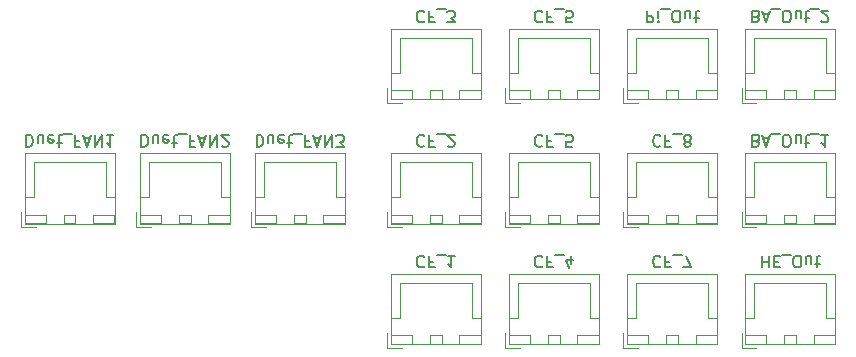
<source format=gbr>
G04 #@! TF.GenerationSoftware,KiCad,Pcbnew,(5.1.5)-3*
G04 #@! TF.CreationDate,2021-02-12T21:05:29+01:00*
G04 #@! TF.ProjectId,Mainboard,4d61696e-626f-4617-9264-2e6b69636164,rev?*
G04 #@! TF.SameCoordinates,Original*
G04 #@! TF.FileFunction,Legend,Bot*
G04 #@! TF.FilePolarity,Positive*
%FSLAX46Y46*%
G04 Gerber Fmt 4.6, Leading zero omitted, Abs format (unit mm)*
G04 Created by KiCad (PCBNEW (5.1.5)-3) date 2021-02-12 21:05:29*
%MOMM*%
%LPD*%
G04 APERTURE LIST*
%ADD10C,0.120000*%
%ADD11C,0.150000*%
G04 APERTURE END LIST*
D10*
X196150000Y-43775000D02*
X196150000Y-42525000D01*
X197400000Y-43775000D02*
X196150000Y-43775000D01*
X203300000Y-38275000D02*
X200250000Y-38275000D01*
X203300000Y-41225000D02*
X203300000Y-38275000D01*
X204050000Y-41225000D02*
X203300000Y-41225000D01*
X197200000Y-38275000D02*
X200250000Y-38275000D01*
X197200000Y-41225000D02*
X197200000Y-38275000D01*
X196450000Y-41225000D02*
X197200000Y-41225000D01*
X204050000Y-43475000D02*
X202250000Y-43475000D01*
X204050000Y-42725000D02*
X204050000Y-43475000D01*
X202250000Y-42725000D02*
X204050000Y-42725000D01*
X202250000Y-43475000D02*
X202250000Y-42725000D01*
X198250000Y-43475000D02*
X196450000Y-43475000D01*
X198250000Y-42725000D02*
X198250000Y-43475000D01*
X196450000Y-42725000D02*
X198250000Y-42725000D01*
X196450000Y-43475000D02*
X196450000Y-42725000D01*
X200750000Y-43475000D02*
X199750000Y-43475000D01*
X200750000Y-42725000D02*
X200750000Y-43475000D01*
X199750000Y-42725000D02*
X200750000Y-42725000D01*
X199750000Y-43475000D02*
X199750000Y-42725000D01*
X204060000Y-43485000D02*
X196440000Y-43485000D01*
X204060000Y-37515000D02*
X204060000Y-43485000D01*
X196440000Y-37515000D02*
X204060000Y-37515000D01*
X196440000Y-43485000D02*
X196440000Y-37515000D01*
X186400000Y-43775000D02*
X186400000Y-42525000D01*
X187650000Y-43775000D02*
X186400000Y-43775000D01*
X193550000Y-38275000D02*
X190500000Y-38275000D01*
X193550000Y-41225000D02*
X193550000Y-38275000D01*
X194300000Y-41225000D02*
X193550000Y-41225000D01*
X187450000Y-38275000D02*
X190500000Y-38275000D01*
X187450000Y-41225000D02*
X187450000Y-38275000D01*
X186700000Y-41225000D02*
X187450000Y-41225000D01*
X194300000Y-43475000D02*
X192500000Y-43475000D01*
X194300000Y-42725000D02*
X194300000Y-43475000D01*
X192500000Y-42725000D02*
X194300000Y-42725000D01*
X192500000Y-43475000D02*
X192500000Y-42725000D01*
X188500000Y-43475000D02*
X186700000Y-43475000D01*
X188500000Y-42725000D02*
X188500000Y-43475000D01*
X186700000Y-42725000D02*
X188500000Y-42725000D01*
X186700000Y-43475000D02*
X186700000Y-42725000D01*
X191000000Y-43475000D02*
X190000000Y-43475000D01*
X191000000Y-42725000D02*
X191000000Y-43475000D01*
X190000000Y-42725000D02*
X191000000Y-42725000D01*
X190000000Y-43475000D02*
X190000000Y-42725000D01*
X194310000Y-43485000D02*
X186690000Y-43485000D01*
X194310000Y-37515000D02*
X194310000Y-43485000D01*
X186690000Y-37515000D02*
X194310000Y-37515000D01*
X186690000Y-43485000D02*
X186690000Y-37515000D01*
X176650000Y-43775000D02*
X176650000Y-42525000D01*
X177900000Y-43775000D02*
X176650000Y-43775000D01*
X183800000Y-38275000D02*
X180750000Y-38275000D01*
X183800000Y-41225000D02*
X183800000Y-38275000D01*
X184550000Y-41225000D02*
X183800000Y-41225000D01*
X177700000Y-38275000D02*
X180750000Y-38275000D01*
X177700000Y-41225000D02*
X177700000Y-38275000D01*
X176950000Y-41225000D02*
X177700000Y-41225000D01*
X184550000Y-43475000D02*
X182750000Y-43475000D01*
X184550000Y-42725000D02*
X184550000Y-43475000D01*
X182750000Y-42725000D02*
X184550000Y-42725000D01*
X182750000Y-43475000D02*
X182750000Y-42725000D01*
X178750000Y-43475000D02*
X176950000Y-43475000D01*
X178750000Y-42725000D02*
X178750000Y-43475000D01*
X176950000Y-42725000D02*
X178750000Y-42725000D01*
X176950000Y-43475000D02*
X176950000Y-42725000D01*
X181250000Y-43475000D02*
X180250000Y-43475000D01*
X181250000Y-42725000D02*
X181250000Y-43475000D01*
X180250000Y-42725000D02*
X181250000Y-42725000D01*
X180250000Y-43475000D02*
X180250000Y-42725000D01*
X184560000Y-43485000D02*
X176940000Y-43485000D01*
X184560000Y-37515000D02*
X184560000Y-43485000D01*
X176940000Y-37515000D02*
X184560000Y-37515000D01*
X176940000Y-43485000D02*
X176940000Y-37515000D01*
X237650000Y-33250000D02*
X237650000Y-32000000D01*
X238900000Y-33250000D02*
X237650000Y-33250000D01*
X244800000Y-27750000D02*
X241750000Y-27750000D01*
X244800000Y-30700000D02*
X244800000Y-27750000D01*
X245550000Y-30700000D02*
X244800000Y-30700000D01*
X238700000Y-27750000D02*
X241750000Y-27750000D01*
X238700000Y-30700000D02*
X238700000Y-27750000D01*
X237950000Y-30700000D02*
X238700000Y-30700000D01*
X245550000Y-32950000D02*
X243750000Y-32950000D01*
X245550000Y-32200000D02*
X245550000Y-32950000D01*
X243750000Y-32200000D02*
X245550000Y-32200000D01*
X243750000Y-32950000D02*
X243750000Y-32200000D01*
X239750000Y-32950000D02*
X237950000Y-32950000D01*
X239750000Y-32200000D02*
X239750000Y-32950000D01*
X237950000Y-32200000D02*
X239750000Y-32200000D01*
X237950000Y-32950000D02*
X237950000Y-32200000D01*
X242250000Y-32950000D02*
X241250000Y-32950000D01*
X242250000Y-32200000D02*
X242250000Y-32950000D01*
X241250000Y-32200000D02*
X242250000Y-32200000D01*
X241250000Y-32950000D02*
X241250000Y-32200000D01*
X245560000Y-32960000D02*
X237940000Y-32960000D01*
X245560000Y-26990000D02*
X245560000Y-32960000D01*
X237940000Y-26990000D02*
X245560000Y-26990000D01*
X237940000Y-32960000D02*
X237940000Y-26990000D01*
X237650000Y-43775000D02*
X237650000Y-42525000D01*
X238900000Y-43775000D02*
X237650000Y-43775000D01*
X244800000Y-38275000D02*
X241750000Y-38275000D01*
X244800000Y-41225000D02*
X244800000Y-38275000D01*
X245550000Y-41225000D02*
X244800000Y-41225000D01*
X238700000Y-38275000D02*
X241750000Y-38275000D01*
X238700000Y-41225000D02*
X238700000Y-38275000D01*
X237950000Y-41225000D02*
X238700000Y-41225000D01*
X245550000Y-43475000D02*
X243750000Y-43475000D01*
X245550000Y-42725000D02*
X245550000Y-43475000D01*
X243750000Y-42725000D02*
X245550000Y-42725000D01*
X243750000Y-43475000D02*
X243750000Y-42725000D01*
X239750000Y-43475000D02*
X237950000Y-43475000D01*
X239750000Y-42725000D02*
X239750000Y-43475000D01*
X237950000Y-42725000D02*
X239750000Y-42725000D01*
X237950000Y-43475000D02*
X237950000Y-42725000D01*
X242250000Y-43475000D02*
X241250000Y-43475000D01*
X242250000Y-42725000D02*
X242250000Y-43475000D01*
X241250000Y-42725000D02*
X242250000Y-42725000D01*
X241250000Y-43475000D02*
X241250000Y-42725000D01*
X245560000Y-43485000D02*
X237940000Y-43485000D01*
X245560000Y-37515000D02*
X245560000Y-43485000D01*
X237940000Y-37515000D02*
X245560000Y-37515000D01*
X237940000Y-43485000D02*
X237940000Y-37515000D01*
X237650000Y-54000000D02*
X237650000Y-52750000D01*
X238900000Y-54000000D02*
X237650000Y-54000000D01*
X244800000Y-48500000D02*
X241750000Y-48500000D01*
X244800000Y-51450000D02*
X244800000Y-48500000D01*
X245550000Y-51450000D02*
X244800000Y-51450000D01*
X238700000Y-48500000D02*
X241750000Y-48500000D01*
X238700000Y-51450000D02*
X238700000Y-48500000D01*
X237950000Y-51450000D02*
X238700000Y-51450000D01*
X245550000Y-53700000D02*
X243750000Y-53700000D01*
X245550000Y-52950000D02*
X245550000Y-53700000D01*
X243750000Y-52950000D02*
X245550000Y-52950000D01*
X243750000Y-53700000D02*
X243750000Y-52950000D01*
X239750000Y-53700000D02*
X237950000Y-53700000D01*
X239750000Y-52950000D02*
X239750000Y-53700000D01*
X237950000Y-52950000D02*
X239750000Y-52950000D01*
X237950000Y-53700000D02*
X237950000Y-52950000D01*
X242250000Y-53700000D02*
X241250000Y-53700000D01*
X242250000Y-52950000D02*
X242250000Y-53700000D01*
X241250000Y-52950000D02*
X242250000Y-52950000D01*
X241250000Y-53700000D02*
X241250000Y-52950000D01*
X245560000Y-53710000D02*
X237940000Y-53710000D01*
X245560000Y-47740000D02*
X245560000Y-53710000D01*
X237940000Y-47740000D02*
X245560000Y-47740000D01*
X237940000Y-53710000D02*
X237940000Y-47740000D01*
X227650000Y-33250000D02*
X227650000Y-32000000D01*
X228900000Y-33250000D02*
X227650000Y-33250000D01*
X234800000Y-27750000D02*
X231750000Y-27750000D01*
X234800000Y-30700000D02*
X234800000Y-27750000D01*
X235550000Y-30700000D02*
X234800000Y-30700000D01*
X228700000Y-27750000D02*
X231750000Y-27750000D01*
X228700000Y-30700000D02*
X228700000Y-27750000D01*
X227950000Y-30700000D02*
X228700000Y-30700000D01*
X235550000Y-32950000D02*
X233750000Y-32950000D01*
X235550000Y-32200000D02*
X235550000Y-32950000D01*
X233750000Y-32200000D02*
X235550000Y-32200000D01*
X233750000Y-32950000D02*
X233750000Y-32200000D01*
X229750000Y-32950000D02*
X227950000Y-32950000D01*
X229750000Y-32200000D02*
X229750000Y-32950000D01*
X227950000Y-32200000D02*
X229750000Y-32200000D01*
X227950000Y-32950000D02*
X227950000Y-32200000D01*
X232250000Y-32950000D02*
X231250000Y-32950000D01*
X232250000Y-32200000D02*
X232250000Y-32950000D01*
X231250000Y-32200000D02*
X232250000Y-32200000D01*
X231250000Y-32950000D02*
X231250000Y-32200000D01*
X235560000Y-32960000D02*
X227940000Y-32960000D01*
X235560000Y-26990000D02*
X235560000Y-32960000D01*
X227940000Y-26990000D02*
X235560000Y-26990000D01*
X227940000Y-32960000D02*
X227940000Y-26990000D01*
X227650000Y-43775000D02*
X227650000Y-42525000D01*
X228900000Y-43775000D02*
X227650000Y-43775000D01*
X234800000Y-38275000D02*
X231750000Y-38275000D01*
X234800000Y-41225000D02*
X234800000Y-38275000D01*
X235550000Y-41225000D02*
X234800000Y-41225000D01*
X228700000Y-38275000D02*
X231750000Y-38275000D01*
X228700000Y-41225000D02*
X228700000Y-38275000D01*
X227950000Y-41225000D02*
X228700000Y-41225000D01*
X235550000Y-43475000D02*
X233750000Y-43475000D01*
X235550000Y-42725000D02*
X235550000Y-43475000D01*
X233750000Y-42725000D02*
X235550000Y-42725000D01*
X233750000Y-43475000D02*
X233750000Y-42725000D01*
X229750000Y-43475000D02*
X227950000Y-43475000D01*
X229750000Y-42725000D02*
X229750000Y-43475000D01*
X227950000Y-42725000D02*
X229750000Y-42725000D01*
X227950000Y-43475000D02*
X227950000Y-42725000D01*
X232250000Y-43475000D02*
X231250000Y-43475000D01*
X232250000Y-42725000D02*
X232250000Y-43475000D01*
X231250000Y-42725000D02*
X232250000Y-42725000D01*
X231250000Y-43475000D02*
X231250000Y-42725000D01*
X235560000Y-43485000D02*
X227940000Y-43485000D01*
X235560000Y-37515000D02*
X235560000Y-43485000D01*
X227940000Y-37515000D02*
X235560000Y-37515000D01*
X227940000Y-43485000D02*
X227940000Y-37515000D01*
X227650000Y-54000000D02*
X227650000Y-52750000D01*
X228900000Y-54000000D02*
X227650000Y-54000000D01*
X234800000Y-48500000D02*
X231750000Y-48500000D01*
X234800000Y-51450000D02*
X234800000Y-48500000D01*
X235550000Y-51450000D02*
X234800000Y-51450000D01*
X228700000Y-48500000D02*
X231750000Y-48500000D01*
X228700000Y-51450000D02*
X228700000Y-48500000D01*
X227950000Y-51450000D02*
X228700000Y-51450000D01*
X235550000Y-53700000D02*
X233750000Y-53700000D01*
X235550000Y-52950000D02*
X235550000Y-53700000D01*
X233750000Y-52950000D02*
X235550000Y-52950000D01*
X233750000Y-53700000D02*
X233750000Y-52950000D01*
X229750000Y-53700000D02*
X227950000Y-53700000D01*
X229750000Y-52950000D02*
X229750000Y-53700000D01*
X227950000Y-52950000D02*
X229750000Y-52950000D01*
X227950000Y-53700000D02*
X227950000Y-52950000D01*
X232250000Y-53700000D02*
X231250000Y-53700000D01*
X232250000Y-52950000D02*
X232250000Y-53700000D01*
X231250000Y-52950000D02*
X232250000Y-52950000D01*
X231250000Y-53700000D02*
X231250000Y-52950000D01*
X235560000Y-53710000D02*
X227940000Y-53710000D01*
X235560000Y-47740000D02*
X235560000Y-53710000D01*
X227940000Y-47740000D02*
X235560000Y-47740000D01*
X227940000Y-53710000D02*
X227940000Y-47740000D01*
X217650000Y-43775000D02*
X217650000Y-42525000D01*
X218900000Y-43775000D02*
X217650000Y-43775000D01*
X224800000Y-38275000D02*
X221750000Y-38275000D01*
X224800000Y-41225000D02*
X224800000Y-38275000D01*
X225550000Y-41225000D02*
X224800000Y-41225000D01*
X218700000Y-38275000D02*
X221750000Y-38275000D01*
X218700000Y-41225000D02*
X218700000Y-38275000D01*
X217950000Y-41225000D02*
X218700000Y-41225000D01*
X225550000Y-43475000D02*
X223750000Y-43475000D01*
X225550000Y-42725000D02*
X225550000Y-43475000D01*
X223750000Y-42725000D02*
X225550000Y-42725000D01*
X223750000Y-43475000D02*
X223750000Y-42725000D01*
X219750000Y-43475000D02*
X217950000Y-43475000D01*
X219750000Y-42725000D02*
X219750000Y-43475000D01*
X217950000Y-42725000D02*
X219750000Y-42725000D01*
X217950000Y-43475000D02*
X217950000Y-42725000D01*
X222250000Y-43475000D02*
X221250000Y-43475000D01*
X222250000Y-42725000D02*
X222250000Y-43475000D01*
X221250000Y-42725000D02*
X222250000Y-42725000D01*
X221250000Y-43475000D02*
X221250000Y-42725000D01*
X225560000Y-43485000D02*
X217940000Y-43485000D01*
X225560000Y-37515000D02*
X225560000Y-43485000D01*
X217940000Y-37515000D02*
X225560000Y-37515000D01*
X217940000Y-43485000D02*
X217940000Y-37515000D01*
X217650000Y-33250000D02*
X217650000Y-32000000D01*
X218900000Y-33250000D02*
X217650000Y-33250000D01*
X224800000Y-27750000D02*
X221750000Y-27750000D01*
X224800000Y-30700000D02*
X224800000Y-27750000D01*
X225550000Y-30700000D02*
X224800000Y-30700000D01*
X218700000Y-27750000D02*
X221750000Y-27750000D01*
X218700000Y-30700000D02*
X218700000Y-27750000D01*
X217950000Y-30700000D02*
X218700000Y-30700000D01*
X225550000Y-32950000D02*
X223750000Y-32950000D01*
X225550000Y-32200000D02*
X225550000Y-32950000D01*
X223750000Y-32200000D02*
X225550000Y-32200000D01*
X223750000Y-32950000D02*
X223750000Y-32200000D01*
X219750000Y-32950000D02*
X217950000Y-32950000D01*
X219750000Y-32200000D02*
X219750000Y-32950000D01*
X217950000Y-32200000D02*
X219750000Y-32200000D01*
X217950000Y-32950000D02*
X217950000Y-32200000D01*
X222250000Y-32950000D02*
X221250000Y-32950000D01*
X222250000Y-32200000D02*
X222250000Y-32950000D01*
X221250000Y-32200000D02*
X222250000Y-32200000D01*
X221250000Y-32950000D02*
X221250000Y-32200000D01*
X225560000Y-32960000D02*
X217940000Y-32960000D01*
X225560000Y-26990000D02*
X225560000Y-32960000D01*
X217940000Y-26990000D02*
X225560000Y-26990000D01*
X217940000Y-32960000D02*
X217940000Y-26990000D01*
X217650000Y-54000000D02*
X217650000Y-52750000D01*
X218900000Y-54000000D02*
X217650000Y-54000000D01*
X224800000Y-48500000D02*
X221750000Y-48500000D01*
X224800000Y-51450000D02*
X224800000Y-48500000D01*
X225550000Y-51450000D02*
X224800000Y-51450000D01*
X218700000Y-48500000D02*
X221750000Y-48500000D01*
X218700000Y-51450000D02*
X218700000Y-48500000D01*
X217950000Y-51450000D02*
X218700000Y-51450000D01*
X225550000Y-53700000D02*
X223750000Y-53700000D01*
X225550000Y-52950000D02*
X225550000Y-53700000D01*
X223750000Y-52950000D02*
X225550000Y-52950000D01*
X223750000Y-53700000D02*
X223750000Y-52950000D01*
X219750000Y-53700000D02*
X217950000Y-53700000D01*
X219750000Y-52950000D02*
X219750000Y-53700000D01*
X217950000Y-52950000D02*
X219750000Y-52950000D01*
X217950000Y-53700000D02*
X217950000Y-52950000D01*
X222250000Y-53700000D02*
X221250000Y-53700000D01*
X222250000Y-52950000D02*
X222250000Y-53700000D01*
X221250000Y-52950000D02*
X222250000Y-52950000D01*
X221250000Y-53700000D02*
X221250000Y-52950000D01*
X225560000Y-53710000D02*
X217940000Y-53710000D01*
X225560000Y-47740000D02*
X225560000Y-53710000D01*
X217940000Y-47740000D02*
X225560000Y-47740000D01*
X217940000Y-53710000D02*
X217940000Y-47740000D01*
X207650000Y-33250000D02*
X207650000Y-32000000D01*
X208900000Y-33250000D02*
X207650000Y-33250000D01*
X214800000Y-27750000D02*
X211750000Y-27750000D01*
X214800000Y-30700000D02*
X214800000Y-27750000D01*
X215550000Y-30700000D02*
X214800000Y-30700000D01*
X208700000Y-27750000D02*
X211750000Y-27750000D01*
X208700000Y-30700000D02*
X208700000Y-27750000D01*
X207950000Y-30700000D02*
X208700000Y-30700000D01*
X215550000Y-32950000D02*
X213750000Y-32950000D01*
X215550000Y-32200000D02*
X215550000Y-32950000D01*
X213750000Y-32200000D02*
X215550000Y-32200000D01*
X213750000Y-32950000D02*
X213750000Y-32200000D01*
X209750000Y-32950000D02*
X207950000Y-32950000D01*
X209750000Y-32200000D02*
X209750000Y-32950000D01*
X207950000Y-32200000D02*
X209750000Y-32200000D01*
X207950000Y-32950000D02*
X207950000Y-32200000D01*
X212250000Y-32950000D02*
X211250000Y-32950000D01*
X212250000Y-32200000D02*
X212250000Y-32950000D01*
X211250000Y-32200000D02*
X212250000Y-32200000D01*
X211250000Y-32950000D02*
X211250000Y-32200000D01*
X215560000Y-32960000D02*
X207940000Y-32960000D01*
X215560000Y-26990000D02*
X215560000Y-32960000D01*
X207940000Y-26990000D02*
X215560000Y-26990000D01*
X207940000Y-32960000D02*
X207940000Y-26990000D01*
X207650000Y-43775000D02*
X207650000Y-42525000D01*
X208900000Y-43775000D02*
X207650000Y-43775000D01*
X214800000Y-38275000D02*
X211750000Y-38275000D01*
X214800000Y-41225000D02*
X214800000Y-38275000D01*
X215550000Y-41225000D02*
X214800000Y-41225000D01*
X208700000Y-38275000D02*
X211750000Y-38275000D01*
X208700000Y-41225000D02*
X208700000Y-38275000D01*
X207950000Y-41225000D02*
X208700000Y-41225000D01*
X215550000Y-43475000D02*
X213750000Y-43475000D01*
X215550000Y-42725000D02*
X215550000Y-43475000D01*
X213750000Y-42725000D02*
X215550000Y-42725000D01*
X213750000Y-43475000D02*
X213750000Y-42725000D01*
X209750000Y-43475000D02*
X207950000Y-43475000D01*
X209750000Y-42725000D02*
X209750000Y-43475000D01*
X207950000Y-42725000D02*
X209750000Y-42725000D01*
X207950000Y-43475000D02*
X207950000Y-42725000D01*
X212250000Y-43475000D02*
X211250000Y-43475000D01*
X212250000Y-42725000D02*
X212250000Y-43475000D01*
X211250000Y-42725000D02*
X212250000Y-42725000D01*
X211250000Y-43475000D02*
X211250000Y-42725000D01*
X215560000Y-43485000D02*
X207940000Y-43485000D01*
X215560000Y-37515000D02*
X215560000Y-43485000D01*
X207940000Y-37515000D02*
X215560000Y-37515000D01*
X207940000Y-43485000D02*
X207940000Y-37515000D01*
X207650000Y-54000000D02*
X207650000Y-52750000D01*
X208900000Y-54000000D02*
X207650000Y-54000000D01*
X214800000Y-48500000D02*
X211750000Y-48500000D01*
X214800000Y-51450000D02*
X214800000Y-48500000D01*
X215550000Y-51450000D02*
X214800000Y-51450000D01*
X208700000Y-48500000D02*
X211750000Y-48500000D01*
X208700000Y-51450000D02*
X208700000Y-48500000D01*
X207950000Y-51450000D02*
X208700000Y-51450000D01*
X215550000Y-53700000D02*
X213750000Y-53700000D01*
X215550000Y-52950000D02*
X215550000Y-53700000D01*
X213750000Y-52950000D02*
X215550000Y-52950000D01*
X213750000Y-53700000D02*
X213750000Y-52950000D01*
X209750000Y-53700000D02*
X207950000Y-53700000D01*
X209750000Y-52950000D02*
X209750000Y-53700000D01*
X207950000Y-52950000D02*
X209750000Y-52950000D01*
X207950000Y-53700000D02*
X207950000Y-52950000D01*
X212250000Y-53700000D02*
X211250000Y-53700000D01*
X212250000Y-52950000D02*
X212250000Y-53700000D01*
X211250000Y-52950000D02*
X212250000Y-52950000D01*
X211250000Y-53700000D02*
X211250000Y-52950000D01*
X215560000Y-53710000D02*
X207940000Y-53710000D01*
X215560000Y-47740000D02*
X215560000Y-53710000D01*
X207940000Y-47740000D02*
X215560000Y-47740000D01*
X207940000Y-53710000D02*
X207940000Y-47740000D01*
D11*
X196583333Y-35972619D02*
X196583333Y-36972619D01*
X196821428Y-36972619D01*
X196964285Y-36925000D01*
X197059523Y-36829761D01*
X197107142Y-36734523D01*
X197154761Y-36544047D01*
X197154761Y-36401190D01*
X197107142Y-36210714D01*
X197059523Y-36115476D01*
X196964285Y-36020238D01*
X196821428Y-35972619D01*
X196583333Y-35972619D01*
X198011904Y-36639285D02*
X198011904Y-35972619D01*
X197583333Y-36639285D02*
X197583333Y-36115476D01*
X197630952Y-36020238D01*
X197726190Y-35972619D01*
X197869047Y-35972619D01*
X197964285Y-36020238D01*
X198011904Y-36067857D01*
X198869047Y-36020238D02*
X198773809Y-35972619D01*
X198583333Y-35972619D01*
X198488095Y-36020238D01*
X198440476Y-36115476D01*
X198440476Y-36496428D01*
X198488095Y-36591666D01*
X198583333Y-36639285D01*
X198773809Y-36639285D01*
X198869047Y-36591666D01*
X198916666Y-36496428D01*
X198916666Y-36401190D01*
X198440476Y-36305952D01*
X199202380Y-36639285D02*
X199583333Y-36639285D01*
X199345238Y-36972619D02*
X199345238Y-36115476D01*
X199392857Y-36020238D01*
X199488095Y-35972619D01*
X199583333Y-35972619D01*
X199678571Y-35877380D02*
X200440476Y-35877380D01*
X201011904Y-36496428D02*
X200678571Y-36496428D01*
X200678571Y-35972619D02*
X200678571Y-36972619D01*
X201154761Y-36972619D01*
X201488095Y-36258333D02*
X201964285Y-36258333D01*
X201392857Y-35972619D02*
X201726190Y-36972619D01*
X202059523Y-35972619D01*
X202392857Y-35972619D02*
X202392857Y-36972619D01*
X202964285Y-35972619D01*
X202964285Y-36972619D01*
X203345238Y-36972619D02*
X203964285Y-36972619D01*
X203630952Y-36591666D01*
X203773809Y-36591666D01*
X203869047Y-36544047D01*
X203916666Y-36496428D01*
X203964285Y-36401190D01*
X203964285Y-36163095D01*
X203916666Y-36067857D01*
X203869047Y-36020238D01*
X203773809Y-35972619D01*
X203488095Y-35972619D01*
X203392857Y-36020238D01*
X203345238Y-36067857D01*
X186833333Y-35972619D02*
X186833333Y-36972619D01*
X187071428Y-36972619D01*
X187214285Y-36925000D01*
X187309523Y-36829761D01*
X187357142Y-36734523D01*
X187404761Y-36544047D01*
X187404761Y-36401190D01*
X187357142Y-36210714D01*
X187309523Y-36115476D01*
X187214285Y-36020238D01*
X187071428Y-35972619D01*
X186833333Y-35972619D01*
X188261904Y-36639285D02*
X188261904Y-35972619D01*
X187833333Y-36639285D02*
X187833333Y-36115476D01*
X187880952Y-36020238D01*
X187976190Y-35972619D01*
X188119047Y-35972619D01*
X188214285Y-36020238D01*
X188261904Y-36067857D01*
X189119047Y-36020238D02*
X189023809Y-35972619D01*
X188833333Y-35972619D01*
X188738095Y-36020238D01*
X188690476Y-36115476D01*
X188690476Y-36496428D01*
X188738095Y-36591666D01*
X188833333Y-36639285D01*
X189023809Y-36639285D01*
X189119047Y-36591666D01*
X189166666Y-36496428D01*
X189166666Y-36401190D01*
X188690476Y-36305952D01*
X189452380Y-36639285D02*
X189833333Y-36639285D01*
X189595238Y-36972619D02*
X189595238Y-36115476D01*
X189642857Y-36020238D01*
X189738095Y-35972619D01*
X189833333Y-35972619D01*
X189928571Y-35877380D02*
X190690476Y-35877380D01*
X191261904Y-36496428D02*
X190928571Y-36496428D01*
X190928571Y-35972619D02*
X190928571Y-36972619D01*
X191404761Y-36972619D01*
X191738095Y-36258333D02*
X192214285Y-36258333D01*
X191642857Y-35972619D02*
X191976190Y-36972619D01*
X192309523Y-35972619D01*
X192642857Y-35972619D02*
X192642857Y-36972619D01*
X193214285Y-35972619D01*
X193214285Y-36972619D01*
X193642857Y-36877380D02*
X193690476Y-36925000D01*
X193785714Y-36972619D01*
X194023809Y-36972619D01*
X194119047Y-36925000D01*
X194166666Y-36877380D01*
X194214285Y-36782142D01*
X194214285Y-36686904D01*
X194166666Y-36544047D01*
X193595238Y-35972619D01*
X194214285Y-35972619D01*
X177083333Y-35972619D02*
X177083333Y-36972619D01*
X177321428Y-36972619D01*
X177464285Y-36925000D01*
X177559523Y-36829761D01*
X177607142Y-36734523D01*
X177654761Y-36544047D01*
X177654761Y-36401190D01*
X177607142Y-36210714D01*
X177559523Y-36115476D01*
X177464285Y-36020238D01*
X177321428Y-35972619D01*
X177083333Y-35972619D01*
X178511904Y-36639285D02*
X178511904Y-35972619D01*
X178083333Y-36639285D02*
X178083333Y-36115476D01*
X178130952Y-36020238D01*
X178226190Y-35972619D01*
X178369047Y-35972619D01*
X178464285Y-36020238D01*
X178511904Y-36067857D01*
X179369047Y-36020238D02*
X179273809Y-35972619D01*
X179083333Y-35972619D01*
X178988095Y-36020238D01*
X178940476Y-36115476D01*
X178940476Y-36496428D01*
X178988095Y-36591666D01*
X179083333Y-36639285D01*
X179273809Y-36639285D01*
X179369047Y-36591666D01*
X179416666Y-36496428D01*
X179416666Y-36401190D01*
X178940476Y-36305952D01*
X179702380Y-36639285D02*
X180083333Y-36639285D01*
X179845238Y-36972619D02*
X179845238Y-36115476D01*
X179892857Y-36020238D01*
X179988095Y-35972619D01*
X180083333Y-35972619D01*
X180178571Y-35877380D02*
X180940476Y-35877380D01*
X181511904Y-36496428D02*
X181178571Y-36496428D01*
X181178571Y-35972619D02*
X181178571Y-36972619D01*
X181654761Y-36972619D01*
X181988095Y-36258333D02*
X182464285Y-36258333D01*
X181892857Y-35972619D02*
X182226190Y-36972619D01*
X182559523Y-35972619D01*
X182892857Y-35972619D02*
X182892857Y-36972619D01*
X183464285Y-35972619D01*
X183464285Y-36972619D01*
X184464285Y-35972619D02*
X183892857Y-35972619D01*
X184178571Y-35972619D02*
X184178571Y-36972619D01*
X184083333Y-36829761D01*
X183988095Y-36734523D01*
X183892857Y-36686904D01*
X238892857Y-25971428D02*
X239035714Y-25923809D01*
X239083333Y-25876190D01*
X239130952Y-25780952D01*
X239130952Y-25638095D01*
X239083333Y-25542857D01*
X239035714Y-25495238D01*
X238940476Y-25447619D01*
X238559523Y-25447619D01*
X238559523Y-26447619D01*
X238892857Y-26447619D01*
X238988095Y-26400000D01*
X239035714Y-26352380D01*
X239083333Y-26257142D01*
X239083333Y-26161904D01*
X239035714Y-26066666D01*
X238988095Y-26019047D01*
X238892857Y-25971428D01*
X238559523Y-25971428D01*
X239511904Y-25733333D02*
X239988095Y-25733333D01*
X239416666Y-25447619D02*
X239750000Y-26447619D01*
X240083333Y-25447619D01*
X240178571Y-25352380D02*
X240940476Y-25352380D01*
X241369047Y-26447619D02*
X241559523Y-26447619D01*
X241654761Y-26400000D01*
X241750000Y-26304761D01*
X241797619Y-26114285D01*
X241797619Y-25780952D01*
X241750000Y-25590476D01*
X241654761Y-25495238D01*
X241559523Y-25447619D01*
X241369047Y-25447619D01*
X241273809Y-25495238D01*
X241178571Y-25590476D01*
X241130952Y-25780952D01*
X241130952Y-26114285D01*
X241178571Y-26304761D01*
X241273809Y-26400000D01*
X241369047Y-26447619D01*
X242654761Y-26114285D02*
X242654761Y-25447619D01*
X242226190Y-26114285D02*
X242226190Y-25590476D01*
X242273809Y-25495238D01*
X242369047Y-25447619D01*
X242511904Y-25447619D01*
X242607142Y-25495238D01*
X242654761Y-25542857D01*
X242988095Y-26114285D02*
X243369047Y-26114285D01*
X243130952Y-26447619D02*
X243130952Y-25590476D01*
X243178571Y-25495238D01*
X243273809Y-25447619D01*
X243369047Y-25447619D01*
X243464285Y-25352380D02*
X244226190Y-25352380D01*
X244416666Y-26352380D02*
X244464285Y-26400000D01*
X244559523Y-26447619D01*
X244797619Y-26447619D01*
X244892857Y-26400000D01*
X244940476Y-26352380D01*
X244988095Y-26257142D01*
X244988095Y-26161904D01*
X244940476Y-26019047D01*
X244369047Y-25447619D01*
X244988095Y-25447619D01*
X238892857Y-36496428D02*
X239035714Y-36448809D01*
X239083333Y-36401190D01*
X239130952Y-36305952D01*
X239130952Y-36163095D01*
X239083333Y-36067857D01*
X239035714Y-36020238D01*
X238940476Y-35972619D01*
X238559523Y-35972619D01*
X238559523Y-36972619D01*
X238892857Y-36972619D01*
X238988095Y-36925000D01*
X239035714Y-36877380D01*
X239083333Y-36782142D01*
X239083333Y-36686904D01*
X239035714Y-36591666D01*
X238988095Y-36544047D01*
X238892857Y-36496428D01*
X238559523Y-36496428D01*
X239511904Y-36258333D02*
X239988095Y-36258333D01*
X239416666Y-35972619D02*
X239750000Y-36972619D01*
X240083333Y-35972619D01*
X240178571Y-35877380D02*
X240940476Y-35877380D01*
X241369047Y-36972619D02*
X241559523Y-36972619D01*
X241654761Y-36925000D01*
X241750000Y-36829761D01*
X241797619Y-36639285D01*
X241797619Y-36305952D01*
X241750000Y-36115476D01*
X241654761Y-36020238D01*
X241559523Y-35972619D01*
X241369047Y-35972619D01*
X241273809Y-36020238D01*
X241178571Y-36115476D01*
X241130952Y-36305952D01*
X241130952Y-36639285D01*
X241178571Y-36829761D01*
X241273809Y-36925000D01*
X241369047Y-36972619D01*
X242654761Y-36639285D02*
X242654761Y-35972619D01*
X242226190Y-36639285D02*
X242226190Y-36115476D01*
X242273809Y-36020238D01*
X242369047Y-35972619D01*
X242511904Y-35972619D01*
X242607142Y-36020238D01*
X242654761Y-36067857D01*
X242988095Y-36639285D02*
X243369047Y-36639285D01*
X243130952Y-36972619D02*
X243130952Y-36115476D01*
X243178571Y-36020238D01*
X243273809Y-35972619D01*
X243369047Y-35972619D01*
X243464285Y-35877380D02*
X244226190Y-35877380D01*
X244988095Y-35972619D02*
X244416666Y-35972619D01*
X244702380Y-35972619D02*
X244702380Y-36972619D01*
X244607142Y-36829761D01*
X244511904Y-36734523D01*
X244416666Y-36686904D01*
X239369047Y-46197619D02*
X239369047Y-47197619D01*
X239369047Y-46721428D02*
X239940476Y-46721428D01*
X239940476Y-46197619D02*
X239940476Y-47197619D01*
X240416666Y-46721428D02*
X240750000Y-46721428D01*
X240892857Y-46197619D02*
X240416666Y-46197619D01*
X240416666Y-47197619D01*
X240892857Y-47197619D01*
X241083333Y-46102380D02*
X241845238Y-46102380D01*
X242273809Y-47197619D02*
X242464285Y-47197619D01*
X242559523Y-47150000D01*
X242654761Y-47054761D01*
X242702380Y-46864285D01*
X242702380Y-46530952D01*
X242654761Y-46340476D01*
X242559523Y-46245238D01*
X242464285Y-46197619D01*
X242273809Y-46197619D01*
X242178571Y-46245238D01*
X242083333Y-46340476D01*
X242035714Y-46530952D01*
X242035714Y-46864285D01*
X242083333Y-47054761D01*
X242178571Y-47150000D01*
X242273809Y-47197619D01*
X243559523Y-46864285D02*
X243559523Y-46197619D01*
X243130952Y-46864285D02*
X243130952Y-46340476D01*
X243178571Y-46245238D01*
X243273809Y-46197619D01*
X243416666Y-46197619D01*
X243511904Y-46245238D01*
X243559523Y-46292857D01*
X243892857Y-46864285D02*
X244273809Y-46864285D01*
X244035714Y-47197619D02*
X244035714Y-46340476D01*
X244083333Y-46245238D01*
X244178571Y-46197619D01*
X244273809Y-46197619D01*
X229607142Y-25447619D02*
X229607142Y-26447619D01*
X229988095Y-26447619D01*
X230083333Y-26400000D01*
X230130952Y-26352380D01*
X230178571Y-26257142D01*
X230178571Y-26114285D01*
X230130952Y-26019047D01*
X230083333Y-25971428D01*
X229988095Y-25923809D01*
X229607142Y-25923809D01*
X230607142Y-25447619D02*
X230607142Y-26114285D01*
X230607142Y-26447619D02*
X230559523Y-26400000D01*
X230607142Y-26352380D01*
X230654761Y-26400000D01*
X230607142Y-26447619D01*
X230607142Y-26352380D01*
X230845238Y-25352380D02*
X231607142Y-25352380D01*
X232035714Y-26447619D02*
X232226190Y-26447619D01*
X232321428Y-26400000D01*
X232416666Y-26304761D01*
X232464285Y-26114285D01*
X232464285Y-25780952D01*
X232416666Y-25590476D01*
X232321428Y-25495238D01*
X232226190Y-25447619D01*
X232035714Y-25447619D01*
X231940476Y-25495238D01*
X231845238Y-25590476D01*
X231797619Y-25780952D01*
X231797619Y-26114285D01*
X231845238Y-26304761D01*
X231940476Y-26400000D01*
X232035714Y-26447619D01*
X233321428Y-26114285D02*
X233321428Y-25447619D01*
X232892857Y-26114285D02*
X232892857Y-25590476D01*
X232940476Y-25495238D01*
X233035714Y-25447619D01*
X233178571Y-25447619D01*
X233273809Y-25495238D01*
X233321428Y-25542857D01*
X233654761Y-26114285D02*
X234035714Y-26114285D01*
X233797619Y-26447619D02*
X233797619Y-25590476D01*
X233845238Y-25495238D01*
X233940476Y-25447619D01*
X234035714Y-25447619D01*
X230773809Y-36067857D02*
X230726190Y-36020238D01*
X230583333Y-35972619D01*
X230488095Y-35972619D01*
X230345238Y-36020238D01*
X230250000Y-36115476D01*
X230202380Y-36210714D01*
X230154761Y-36401190D01*
X230154761Y-36544047D01*
X230202380Y-36734523D01*
X230250000Y-36829761D01*
X230345238Y-36925000D01*
X230488095Y-36972619D01*
X230583333Y-36972619D01*
X230726190Y-36925000D01*
X230773809Y-36877380D01*
X231535714Y-36496428D02*
X231202380Y-36496428D01*
X231202380Y-35972619D02*
X231202380Y-36972619D01*
X231678571Y-36972619D01*
X231821428Y-35877380D02*
X232583333Y-35877380D01*
X232964285Y-36544047D02*
X232869047Y-36591666D01*
X232821428Y-36639285D01*
X232773809Y-36734523D01*
X232773809Y-36782142D01*
X232821428Y-36877380D01*
X232869047Y-36925000D01*
X232964285Y-36972619D01*
X233154761Y-36972619D01*
X233250000Y-36925000D01*
X233297619Y-36877380D01*
X233345238Y-36782142D01*
X233345238Y-36734523D01*
X233297619Y-36639285D01*
X233250000Y-36591666D01*
X233154761Y-36544047D01*
X232964285Y-36544047D01*
X232869047Y-36496428D01*
X232821428Y-36448809D01*
X232773809Y-36353571D01*
X232773809Y-36163095D01*
X232821428Y-36067857D01*
X232869047Y-36020238D01*
X232964285Y-35972619D01*
X233154761Y-35972619D01*
X233250000Y-36020238D01*
X233297619Y-36067857D01*
X233345238Y-36163095D01*
X233345238Y-36353571D01*
X233297619Y-36448809D01*
X233250000Y-36496428D01*
X233154761Y-36544047D01*
X230773809Y-46292857D02*
X230726190Y-46245238D01*
X230583333Y-46197619D01*
X230488095Y-46197619D01*
X230345238Y-46245238D01*
X230250000Y-46340476D01*
X230202380Y-46435714D01*
X230154761Y-46626190D01*
X230154761Y-46769047D01*
X230202380Y-46959523D01*
X230250000Y-47054761D01*
X230345238Y-47150000D01*
X230488095Y-47197619D01*
X230583333Y-47197619D01*
X230726190Y-47150000D01*
X230773809Y-47102380D01*
X231535714Y-46721428D02*
X231202380Y-46721428D01*
X231202380Y-46197619D02*
X231202380Y-47197619D01*
X231678571Y-47197619D01*
X231821428Y-46102380D02*
X232583333Y-46102380D01*
X232726190Y-47197619D02*
X233392857Y-47197619D01*
X232964285Y-46197619D01*
X220773809Y-36067857D02*
X220726190Y-36020238D01*
X220583333Y-35972619D01*
X220488095Y-35972619D01*
X220345238Y-36020238D01*
X220250000Y-36115476D01*
X220202380Y-36210714D01*
X220154761Y-36401190D01*
X220154761Y-36544047D01*
X220202380Y-36734523D01*
X220250000Y-36829761D01*
X220345238Y-36925000D01*
X220488095Y-36972619D01*
X220583333Y-36972619D01*
X220726190Y-36925000D01*
X220773809Y-36877380D01*
X221535714Y-36496428D02*
X221202380Y-36496428D01*
X221202380Y-35972619D02*
X221202380Y-36972619D01*
X221678571Y-36972619D01*
X221821428Y-35877380D02*
X222583333Y-35877380D01*
X223297619Y-36972619D02*
X222821428Y-36972619D01*
X222773809Y-36496428D01*
X222821428Y-36544047D01*
X222916666Y-36591666D01*
X223154761Y-36591666D01*
X223250000Y-36544047D01*
X223297619Y-36496428D01*
X223345238Y-36401190D01*
X223345238Y-36163095D01*
X223297619Y-36067857D01*
X223250000Y-36020238D01*
X223154761Y-35972619D01*
X222916666Y-35972619D01*
X222821428Y-36020238D01*
X222773809Y-36067857D01*
X220773809Y-25542857D02*
X220726190Y-25495238D01*
X220583333Y-25447619D01*
X220488095Y-25447619D01*
X220345238Y-25495238D01*
X220250000Y-25590476D01*
X220202380Y-25685714D01*
X220154761Y-25876190D01*
X220154761Y-26019047D01*
X220202380Y-26209523D01*
X220250000Y-26304761D01*
X220345238Y-26400000D01*
X220488095Y-26447619D01*
X220583333Y-26447619D01*
X220726190Y-26400000D01*
X220773809Y-26352380D01*
X221535714Y-25971428D02*
X221202380Y-25971428D01*
X221202380Y-25447619D02*
X221202380Y-26447619D01*
X221678571Y-26447619D01*
X221821428Y-25352380D02*
X222583333Y-25352380D01*
X223297619Y-26447619D02*
X222821428Y-26447619D01*
X222773809Y-25971428D01*
X222821428Y-26019047D01*
X222916666Y-26066666D01*
X223154761Y-26066666D01*
X223250000Y-26019047D01*
X223297619Y-25971428D01*
X223345238Y-25876190D01*
X223345238Y-25638095D01*
X223297619Y-25542857D01*
X223250000Y-25495238D01*
X223154761Y-25447619D01*
X222916666Y-25447619D01*
X222821428Y-25495238D01*
X222773809Y-25542857D01*
X220773809Y-46292857D02*
X220726190Y-46245238D01*
X220583333Y-46197619D01*
X220488095Y-46197619D01*
X220345238Y-46245238D01*
X220250000Y-46340476D01*
X220202380Y-46435714D01*
X220154761Y-46626190D01*
X220154761Y-46769047D01*
X220202380Y-46959523D01*
X220250000Y-47054761D01*
X220345238Y-47150000D01*
X220488095Y-47197619D01*
X220583333Y-47197619D01*
X220726190Y-47150000D01*
X220773809Y-47102380D01*
X221535714Y-46721428D02*
X221202380Y-46721428D01*
X221202380Y-46197619D02*
X221202380Y-47197619D01*
X221678571Y-47197619D01*
X221821428Y-46102380D02*
X222583333Y-46102380D01*
X223250000Y-46864285D02*
X223250000Y-46197619D01*
X223011904Y-47245238D02*
X222773809Y-46530952D01*
X223392857Y-46530952D01*
X210773809Y-25542857D02*
X210726190Y-25495238D01*
X210583333Y-25447619D01*
X210488095Y-25447619D01*
X210345238Y-25495238D01*
X210250000Y-25590476D01*
X210202380Y-25685714D01*
X210154761Y-25876190D01*
X210154761Y-26019047D01*
X210202380Y-26209523D01*
X210250000Y-26304761D01*
X210345238Y-26400000D01*
X210488095Y-26447619D01*
X210583333Y-26447619D01*
X210726190Y-26400000D01*
X210773809Y-26352380D01*
X211535714Y-25971428D02*
X211202380Y-25971428D01*
X211202380Y-25447619D02*
X211202380Y-26447619D01*
X211678571Y-26447619D01*
X211821428Y-25352380D02*
X212583333Y-25352380D01*
X212726190Y-26447619D02*
X213345238Y-26447619D01*
X213011904Y-26066666D01*
X213154761Y-26066666D01*
X213250000Y-26019047D01*
X213297619Y-25971428D01*
X213345238Y-25876190D01*
X213345238Y-25638095D01*
X213297619Y-25542857D01*
X213250000Y-25495238D01*
X213154761Y-25447619D01*
X212869047Y-25447619D01*
X212773809Y-25495238D01*
X212726190Y-25542857D01*
X210773809Y-36067857D02*
X210726190Y-36020238D01*
X210583333Y-35972619D01*
X210488095Y-35972619D01*
X210345238Y-36020238D01*
X210250000Y-36115476D01*
X210202380Y-36210714D01*
X210154761Y-36401190D01*
X210154761Y-36544047D01*
X210202380Y-36734523D01*
X210250000Y-36829761D01*
X210345238Y-36925000D01*
X210488095Y-36972619D01*
X210583333Y-36972619D01*
X210726190Y-36925000D01*
X210773809Y-36877380D01*
X211535714Y-36496428D02*
X211202380Y-36496428D01*
X211202380Y-35972619D02*
X211202380Y-36972619D01*
X211678571Y-36972619D01*
X211821428Y-35877380D02*
X212583333Y-35877380D01*
X212773809Y-36877380D02*
X212821428Y-36925000D01*
X212916666Y-36972619D01*
X213154761Y-36972619D01*
X213250000Y-36925000D01*
X213297619Y-36877380D01*
X213345238Y-36782142D01*
X213345238Y-36686904D01*
X213297619Y-36544047D01*
X212726190Y-35972619D01*
X213345238Y-35972619D01*
X210773809Y-46292857D02*
X210726190Y-46245238D01*
X210583333Y-46197619D01*
X210488095Y-46197619D01*
X210345238Y-46245238D01*
X210250000Y-46340476D01*
X210202380Y-46435714D01*
X210154761Y-46626190D01*
X210154761Y-46769047D01*
X210202380Y-46959523D01*
X210250000Y-47054761D01*
X210345238Y-47150000D01*
X210488095Y-47197619D01*
X210583333Y-47197619D01*
X210726190Y-47150000D01*
X210773809Y-47102380D01*
X211535714Y-46721428D02*
X211202380Y-46721428D01*
X211202380Y-46197619D02*
X211202380Y-47197619D01*
X211678571Y-47197619D01*
X211821428Y-46102380D02*
X212583333Y-46102380D01*
X213345238Y-46197619D02*
X212773809Y-46197619D01*
X213059523Y-46197619D02*
X213059523Y-47197619D01*
X212964285Y-47054761D01*
X212869047Y-46959523D01*
X212773809Y-46911904D01*
M02*

</source>
